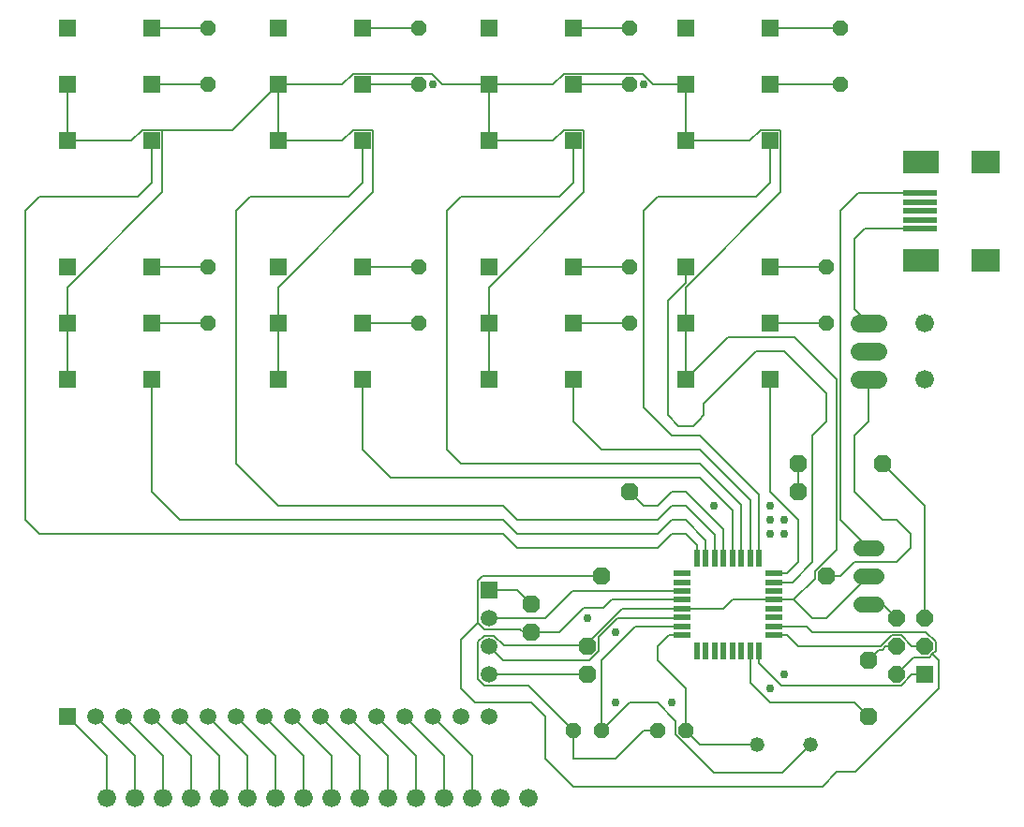
<source format=gbr>
G04 EAGLE Gerber RS-274X export*
G75*
%MOMM*%
%FSLAX34Y34*%
%LPD*%
%INTop Copper*%
%IPPOS*%
%AMOC8*
5,1,8,0,0,1.08239X$1,22.5*%
G01*
%ADD10R,1.500000X1.500000*%
%ADD11C,1.676400*%
%ADD12R,1.508000X1.508000*%
%ADD13C,1.508000*%
%ADD14R,1.600000X0.550000*%
%ADD15R,0.550000X1.600000*%
%ADD16P,1.649562X8X112.500000*%
%ADD17R,1.524000X1.524000*%
%ADD18P,1.429621X8X292.500000*%
%ADD19P,1.429621X8X112.500000*%
%ADD20R,2.500000X2.000000*%
%ADD21R,3.300000X2.000000*%
%ADD22R,3.100000X0.500000*%
%ADD23P,1.732040X8X112.500000*%
%ADD24P,1.732040X8X292.500000*%
%ADD25P,1.429621X8X202.500000*%
%ADD26C,1.320800*%
%ADD27P,1.732040X8X22.500000*%
%ADD28C,1.422400*%
%ADD29P,1.732040X8X202.500000*%
%ADD30C,1.650000*%
%ADD31C,0.152400*%
%ADD32C,0.756400*%


D10*
X266700Y825500D03*
X266700Y774700D03*
X342900Y774700D03*
X342900Y825500D03*
X266700Y723900D03*
X342900Y723900D03*
X266700Y1041400D03*
X266700Y990600D03*
X342900Y990600D03*
X342900Y1041400D03*
X266700Y939800D03*
X342900Y939800D03*
X457200Y1041400D03*
X457200Y990600D03*
X533400Y990600D03*
X533400Y1041400D03*
X457200Y939800D03*
X533400Y939800D03*
X457200Y825500D03*
X457200Y774700D03*
X533400Y774700D03*
X533400Y825500D03*
X457200Y723900D03*
X533400Y723900D03*
X635000Y1041400D03*
X635000Y990600D03*
X711200Y990600D03*
X711200Y1041400D03*
X635000Y939800D03*
X711200Y939800D03*
X635000Y825500D03*
X635000Y774700D03*
X711200Y774700D03*
X711200Y825500D03*
X635000Y723900D03*
X711200Y723900D03*
X76200Y1041400D03*
X76200Y990600D03*
X152400Y990600D03*
X152400Y1041400D03*
X76200Y939800D03*
X152400Y939800D03*
X76200Y825500D03*
X76200Y774700D03*
X152400Y774700D03*
X152400Y825500D03*
X76200Y723900D03*
X152400Y723900D03*
D11*
X111800Y345500D03*
X137200Y345500D03*
X162600Y345500D03*
X188000Y345500D03*
X213400Y345500D03*
X238800Y345500D03*
X264200Y345500D03*
X289600Y345500D03*
X315000Y345500D03*
X340400Y345500D03*
X365800Y345500D03*
X391200Y345500D03*
X416600Y345500D03*
X442000Y345500D03*
X467400Y345500D03*
X492800Y345500D03*
D12*
X76200Y419100D03*
D13*
X101600Y419100D03*
X127000Y419100D03*
X152400Y419100D03*
X177800Y419100D03*
X203200Y419100D03*
X228600Y419100D03*
X254000Y419100D03*
X279400Y419100D03*
X304800Y419100D03*
X330200Y419100D03*
X355600Y419100D03*
X381000Y419100D03*
X406400Y419100D03*
X431800Y419100D03*
X457200Y419100D03*
D12*
X457200Y533400D03*
D13*
X457200Y508000D03*
X457200Y482600D03*
X457200Y457200D03*
D14*
X631300Y548700D03*
X631300Y540700D03*
X631300Y532700D03*
X631300Y524700D03*
X631300Y516700D03*
X631300Y508700D03*
X631300Y500700D03*
X631300Y492700D03*
D15*
X645100Y478900D03*
X653100Y478900D03*
X661100Y478900D03*
X669100Y478900D03*
X677100Y478900D03*
X685100Y478900D03*
X693100Y478900D03*
X701100Y478900D03*
D14*
X714900Y492700D03*
X714900Y500700D03*
X714900Y508700D03*
X714900Y516700D03*
X714900Y524700D03*
X714900Y532700D03*
X714900Y540700D03*
X714900Y548700D03*
D15*
X701100Y562500D03*
X693100Y562500D03*
X685100Y562500D03*
X677100Y562500D03*
X669100Y562500D03*
X661100Y562500D03*
X653100Y562500D03*
X645100Y562500D03*
D16*
X825500Y457200D03*
X825500Y482600D03*
X825500Y508000D03*
D17*
X850900Y457200D03*
D16*
X850900Y482600D03*
X850900Y508000D03*
D18*
X393700Y825500D03*
X393700Y774700D03*
D19*
X203200Y990600D03*
X203200Y1041400D03*
D18*
X584200Y825500D03*
X584200Y774700D03*
X584200Y1041400D03*
X584200Y990600D03*
X203200Y825500D03*
X203200Y774700D03*
X774700Y1041400D03*
X774700Y990600D03*
D19*
X393700Y990600D03*
X393700Y1041400D03*
D18*
X762000Y825500D03*
X762000Y774700D03*
D20*
X906300Y920800D03*
X906300Y831800D03*
D21*
X847300Y920800D03*
X847300Y831800D03*
D22*
X846300Y860300D03*
X846300Y868300D03*
X846300Y876300D03*
X846300Y884300D03*
X846300Y892300D03*
D23*
X546100Y457200D03*
X546100Y482600D03*
D24*
X495300Y520700D03*
X495300Y495300D03*
D25*
X635000Y406400D03*
X609600Y406400D03*
X558800Y406400D03*
X533400Y406400D03*
D26*
X748030Y393700D03*
X699770Y393700D03*
D27*
X584200Y622300D03*
X736600Y622300D03*
D28*
X792988Y571500D02*
X807212Y571500D01*
X807212Y546100D02*
X792988Y546100D01*
X792988Y520700D02*
X807212Y520700D01*
D29*
X812800Y647700D03*
X736600Y647700D03*
X762000Y546100D03*
X558800Y546100D03*
D30*
X791850Y774700D02*
X808350Y774700D01*
X808350Y749300D02*
X791850Y749300D01*
X791850Y723900D02*
X808350Y723900D01*
D11*
X850900Y774700D03*
X850900Y723900D03*
D24*
X800100Y469900D03*
X800100Y419100D03*
D31*
X266700Y723900D02*
X266700Y774700D01*
X457200Y774700D02*
X457200Y723900D01*
X635000Y723900D02*
X635000Y774700D01*
X635000Y939800D02*
X635000Y990600D01*
X457200Y990600D02*
X457200Y939800D01*
X266700Y939800D02*
X266700Y990600D01*
X76200Y990600D02*
X76200Y939800D01*
X76200Y774700D02*
X76200Y723900D01*
X225686Y949586D02*
X266700Y990600D01*
X225686Y949586D02*
X160847Y949586D01*
X266700Y990600D02*
X324667Y990600D01*
X414982Y990600D02*
X457200Y990600D01*
X334453Y1000386D02*
X324667Y990600D01*
X334453Y1000386D02*
X405196Y1000386D01*
X414982Y990600D01*
X457200Y990600D02*
X515167Y990600D01*
X605482Y990600D02*
X635000Y990600D01*
X524953Y1000386D02*
X515167Y990600D01*
X524953Y1000386D02*
X595696Y1000386D01*
X605482Y990600D01*
X160847Y949586D02*
X143953Y949586D01*
X160847Y949586D02*
X162186Y948247D01*
X76200Y807267D02*
X76200Y774700D01*
X76200Y939800D02*
X134167Y939800D01*
X143953Y949586D01*
X162186Y948247D02*
X162186Y893253D01*
X76200Y807267D01*
X334453Y949586D02*
X351347Y949586D01*
X352686Y948247D01*
X266700Y807267D02*
X266700Y774700D01*
X352686Y893253D02*
X352686Y948247D01*
X352686Y893253D02*
X266700Y807267D01*
X266700Y939800D02*
X324667Y939800D01*
X334453Y949586D01*
X524953Y949586D02*
X541847Y949586D01*
X543186Y948247D01*
X457200Y807267D02*
X457200Y774700D01*
X543186Y893253D02*
X543186Y948247D01*
X543186Y893253D02*
X457200Y807267D01*
X457200Y939800D02*
X515167Y939800D01*
X524953Y949586D01*
X702753Y949586D02*
X719647Y949586D01*
X720986Y948247D01*
X635000Y807267D02*
X635000Y774700D01*
X720986Y893253D02*
X720986Y948247D01*
X720986Y893253D02*
X635000Y807267D01*
X635000Y939800D02*
X692967Y939800D01*
X702753Y949586D01*
X714900Y524700D02*
X677100Y524700D01*
X669100Y516700D02*
X631300Y516700D01*
X669100Y516700D02*
X677100Y524700D01*
X631300Y516700D02*
X577738Y516700D01*
X546100Y485063D02*
X546100Y482600D01*
X546100Y485063D02*
X577738Y516700D01*
X714900Y524700D02*
X732600Y524700D01*
X749300Y508000D02*
X762000Y508000D01*
X749300Y508000D02*
X732600Y524700D01*
X762000Y508000D02*
X800100Y546100D01*
X609600Y406400D02*
X596900Y406400D01*
X571500Y381000D02*
X533400Y381000D01*
X533400Y406400D01*
X571500Y381000D02*
X596900Y406400D01*
X453130Y447374D02*
X447374Y453130D01*
X447374Y486670D02*
X453130Y492426D01*
X461270Y492426D01*
X492426Y447374D02*
X533400Y406400D01*
X492426Y447374D02*
X453130Y447374D01*
X470498Y483198D02*
X461270Y492426D01*
X447374Y486670D02*
X447374Y453130D01*
X470498Y483198D02*
X545502Y483198D01*
X546100Y482600D01*
X635000Y723900D02*
X673100Y762000D01*
X733552Y762000D02*
X771652Y723900D01*
X751713Y550361D02*
X751713Y543813D01*
X732600Y524700D01*
X771652Y570300D02*
X771652Y723900D01*
X771652Y570300D02*
X751713Y550361D01*
X733552Y762000D02*
X673100Y762000D01*
X584200Y990600D02*
X533400Y990600D01*
X533400Y774700D02*
X584200Y774700D01*
X393700Y990600D02*
X342900Y990600D01*
X342900Y774700D02*
X393700Y774700D01*
X711200Y990600D02*
X774700Y990600D01*
X264200Y383500D02*
X264200Y345500D01*
X264200Y383500D02*
X228600Y419100D01*
X289600Y383500D02*
X289600Y345500D01*
X289600Y383500D02*
X254000Y419100D01*
X315000Y383500D02*
X315000Y345500D01*
X315000Y383500D02*
X279400Y419100D01*
X340400Y383500D02*
X340400Y345500D01*
X340400Y383500D02*
X304800Y419100D01*
X365800Y383500D02*
X365800Y345500D01*
X365800Y383500D02*
X330200Y419100D01*
X391200Y383500D02*
X391200Y345500D01*
X391200Y383500D02*
X355600Y419100D01*
X416600Y383500D02*
X416600Y345500D01*
X416600Y383500D02*
X381000Y419100D01*
X442000Y383500D02*
X442000Y345500D01*
X442000Y383500D02*
X406400Y419100D01*
X188000Y383500D02*
X188000Y345500D01*
X188000Y383500D02*
X152400Y419100D01*
X213400Y383500D02*
X213400Y345500D01*
X213400Y383500D02*
X177800Y419100D01*
X238800Y383500D02*
X238800Y345500D01*
X238800Y383500D02*
X203200Y419100D01*
X701100Y562500D02*
X701100Y619700D01*
X647700Y673100D01*
X622300Y673100D01*
X596900Y698500D01*
X711200Y901700D02*
X711200Y939800D01*
X711200Y901700D02*
X698500Y889000D01*
X609600Y889000D01*
X596900Y876300D01*
X596900Y698500D01*
X714900Y548700D02*
X726500Y548700D01*
X736600Y558800D01*
X736600Y596900D01*
X711200Y622300D02*
X711200Y723900D01*
X711200Y622300D02*
X736600Y596900D01*
X693100Y615000D02*
X693100Y562500D01*
X693100Y615000D02*
X647700Y660400D01*
X558800Y660400D01*
X533400Y685800D01*
X533400Y723900D01*
X653100Y578800D02*
X653100Y562500D01*
X653100Y578800D02*
X635000Y596900D01*
X622300Y596900D01*
X609600Y584200D01*
X482600Y584200D02*
X469900Y596900D01*
X482600Y584200D02*
X609600Y584200D01*
X469900Y596900D02*
X177800Y596900D01*
X152400Y622300D01*
X152400Y723900D01*
X266700Y609600D02*
X469900Y609600D01*
X266700Y609600D02*
X228600Y647700D01*
X661100Y583500D02*
X661100Y562500D01*
X661100Y583500D02*
X635000Y609600D01*
X622300Y609600D01*
X609600Y596900D01*
X482600Y596900D02*
X469900Y609600D01*
X482600Y596900D02*
X609600Y596900D01*
X342900Y901700D02*
X342900Y939800D01*
X342900Y901700D02*
X330200Y889000D01*
X241300Y889000D01*
X228600Y876300D01*
X228600Y647700D01*
X714900Y540700D02*
X731200Y540700D01*
X749300Y558800D01*
X749300Y673100D01*
X762000Y685800D01*
X762000Y711200D01*
X723900Y749300D02*
X698500Y749300D01*
X723900Y749300D02*
X762000Y711200D01*
X646612Y686888D02*
X641802Y682078D01*
X628198Y682078D01*
X618578Y691698D01*
X635000Y811578D02*
X635000Y825500D01*
X618578Y795156D02*
X618578Y691698D01*
X618578Y795156D02*
X635000Y811578D01*
X651422Y702222D02*
X651422Y691698D01*
X646612Y686888D01*
X651422Y702222D02*
X698500Y749300D01*
X850900Y609600D02*
X850900Y508000D01*
X850900Y609600D02*
X812800Y647700D01*
X685100Y610300D02*
X647700Y647700D01*
X685100Y610300D02*
X685100Y562500D01*
X533400Y901700D02*
X533400Y939800D01*
X533400Y901700D02*
X520700Y889000D01*
X431800Y889000D01*
X419100Y876300D01*
X431800Y647700D02*
X647700Y647700D01*
X431800Y647700D02*
X419100Y660400D01*
X419100Y876300D01*
X714900Y492700D02*
X726500Y492700D01*
X736600Y482600D01*
X821397Y492506D02*
X829603Y492506D01*
X811491Y482600D02*
X736600Y482600D01*
X839509Y482600D02*
X850900Y482600D01*
X821397Y492506D02*
X811491Y482600D01*
X829603Y492506D02*
X839509Y482600D01*
X693100Y478900D02*
X693100Y449900D01*
X711200Y431800D01*
X787400Y431800D02*
X800100Y419100D01*
X787400Y431800D02*
X711200Y431800D01*
X701100Y467300D02*
X701100Y478900D01*
X839509Y457200D02*
X850900Y457200D01*
X839509Y457200D02*
X829603Y447294D01*
X721106Y447294D01*
X701100Y467300D01*
X631300Y508700D02*
X630600Y508000D01*
X573348Y508000D01*
X469900Y469900D02*
X457200Y482600D01*
X556387Y491039D02*
X573348Y508000D01*
X556387Y491039D02*
X556387Y478339D01*
X547948Y469900D02*
X469900Y469900D01*
X547948Y469900D02*
X556387Y478339D01*
X50800Y584200D02*
X38100Y596900D01*
X50800Y584200D02*
X469900Y584200D01*
X645100Y574100D02*
X645100Y562500D01*
X645100Y574100D02*
X635000Y584200D01*
X622300Y584200D01*
X482600Y571500D02*
X469900Y584200D01*
X609600Y571500D02*
X622300Y584200D01*
X609600Y571500D02*
X482600Y571500D01*
X152400Y901700D02*
X152400Y939800D01*
X152400Y901700D02*
X139700Y889000D01*
X50800Y889000D01*
X38100Y876300D01*
X38100Y596900D01*
X647700Y635000D02*
X677100Y605600D01*
X677100Y562500D01*
X342900Y660400D02*
X342900Y723900D01*
X368300Y635000D02*
X647700Y635000D01*
X368300Y635000D02*
X342900Y660400D01*
X457200Y457200D02*
X546100Y457200D01*
X619700Y492700D02*
X631300Y492700D01*
X619700Y492700D02*
X609600Y482600D01*
X609600Y469900D01*
X635000Y444500D02*
X635000Y406400D01*
X635000Y444500D02*
X609600Y469900D01*
X647700Y393700D02*
X699770Y393700D01*
X647700Y393700D02*
X635000Y406400D01*
X631300Y500700D02*
X589600Y500700D01*
X558800Y469900D01*
X558800Y406400D01*
X722630Y368300D02*
X748030Y393700D01*
X626110Y415290D02*
X609600Y431800D01*
X626110Y415290D02*
X626110Y402718D01*
X660528Y368300D01*
X609600Y431800D02*
X584200Y431800D01*
X558800Y406400D01*
X660528Y368300D02*
X722630Y368300D01*
X669100Y588200D02*
X635000Y622300D01*
X622300Y622300D01*
X609600Y609600D01*
X596900Y609600D01*
X584200Y622300D01*
X669100Y588200D02*
X669100Y562500D01*
X812800Y520700D02*
X825500Y508000D01*
X812800Y520700D02*
X800100Y520700D01*
X815801Y482600D02*
X825500Y482600D01*
X815801Y482600D02*
X812753Y479552D01*
X809752Y479552D02*
X800100Y469900D01*
X809752Y479552D02*
X812753Y479552D01*
X736600Y622300D02*
X736600Y647700D01*
D32*
X406400Y990600D03*
X596900Y990600D03*
X660400Y609600D03*
X711200Y609600D03*
X711200Y596900D03*
X711200Y584200D03*
X723900Y596900D03*
X723900Y584200D03*
X571500Y495300D03*
X546100Y508000D03*
X571500Y431800D03*
X622300Y431800D03*
X711200Y444500D03*
X723900Y457200D03*
D31*
X203200Y1041400D02*
X152400Y1041400D01*
X152400Y990600D02*
X203200Y990600D01*
X203200Y825500D02*
X152400Y825500D01*
X152400Y774700D02*
X203200Y774700D01*
X342900Y1041400D02*
X393700Y1041400D01*
X533400Y825500D02*
X584200Y825500D01*
X711200Y774700D02*
X762000Y774700D01*
X762000Y825500D02*
X711200Y825500D01*
X711200Y1041400D02*
X774700Y1041400D01*
X584200Y1041400D02*
X533400Y1041400D01*
X393700Y825500D02*
X342900Y825500D01*
X714900Y500700D02*
X743900Y500700D01*
X749300Y495300D01*
X860806Y486703D02*
X860806Y478497D01*
X857905Y475595D01*
X855003Y472694D01*
X820134Y495554D02*
X819880Y495300D01*
X840994Y472694D02*
X825500Y457200D01*
X840994Y472694D02*
X855003Y472694D01*
X851955Y495554D02*
X820134Y495554D01*
X851955Y495554D02*
X860806Y486703D01*
X819880Y495300D02*
X749300Y495300D01*
X558800Y546100D02*
X451587Y546100D01*
X495300Y495300D02*
X520700Y495300D01*
X543052Y517652D02*
X560763Y517652D01*
X567811Y524700D01*
X543052Y517652D02*
X520700Y495300D01*
X567811Y524700D02*
X631300Y524700D01*
X495300Y495300D02*
X488348Y495300D01*
X453130Y498174D02*
X447374Y503930D01*
X485474Y498174D02*
X488348Y495300D01*
X485474Y498174D02*
X453130Y498174D01*
X447374Y503930D02*
X447374Y541887D01*
X451587Y546100D01*
X857905Y475595D02*
X863600Y469900D01*
X863600Y444500D01*
X788022Y368922D01*
X771698Y368922D01*
X758376Y355600D01*
X508000Y419100D02*
X495300Y431800D01*
X444500Y431800D01*
X431800Y444500D01*
X431800Y488356D02*
X447374Y503930D01*
X533400Y355600D02*
X758376Y355600D01*
X533400Y355600D02*
X508000Y381000D01*
X508000Y419100D01*
X431800Y444500D02*
X431800Y488356D01*
X790700Y892300D02*
X846300Y892300D01*
X790700Y892300D02*
X774700Y876300D01*
X774700Y596900D01*
X800100Y571500D01*
X800100Y774700D02*
X787400Y787400D01*
X796800Y860300D02*
X846300Y860300D01*
X796800Y860300D02*
X787400Y850900D01*
X787400Y787400D01*
X774700Y546100D02*
X762000Y546100D01*
X800100Y685800D02*
X800100Y723900D01*
X800100Y685800D02*
X787400Y673100D01*
X787400Y622300D01*
X812800Y596900D01*
X825500Y596900D01*
X838200Y584200D01*
X838200Y571500D01*
X825500Y558800D01*
X787400Y558800D01*
X774700Y546100D01*
X111800Y383500D02*
X111800Y345500D01*
X111800Y383500D02*
X76200Y419100D01*
X101600Y419100D02*
X137200Y383500D01*
X137200Y345500D01*
X162600Y383500D02*
X127000Y419100D01*
X162600Y383500D02*
X162600Y345500D01*
X532700Y532700D02*
X631300Y532700D01*
X532700Y532700D02*
X508000Y508000D01*
X457200Y508000D01*
X457200Y533400D02*
X482600Y533400D01*
X495300Y520700D01*
M02*

</source>
